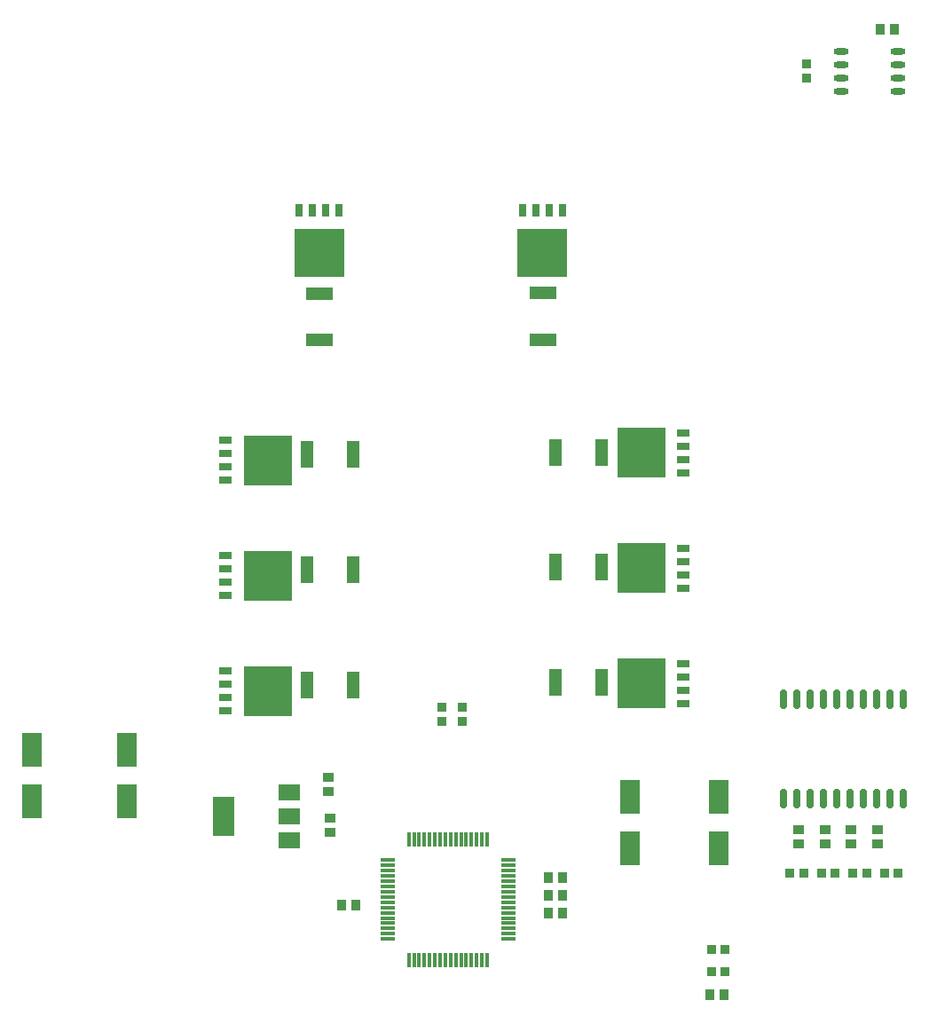
<source format=gtp>
%FSLAX23Y23*%
%MOIN*%
%SFA1B1*%

%IPPOS*%
%AMD15*
4,1,8,-0.005900,-0.037400,0.005900,-0.037400,0.011800,-0.031500,0.011800,0.031500,0.005900,0.037400,-0.005900,0.037400,-0.011800,0.031500,-0.011800,-0.031500,-0.005900,-0.037400,0.0*
1,1,0.011820,-0.005900,-0.031500*
1,1,0.011820,0.005900,-0.031500*
1,1,0.011820,0.005900,0.031500*
1,1,0.011820,-0.005900,0.031500*
%
G04~CAMADD=15~8~0.0~0.0~236.2~748.0~59.1~0.0~15~0.0~0.0~0.0~0.0~0~0.0~0.0~0.0~0.0~0~0.0~0.0~0.0~180.0~236.0~748.0*
%ADD15D15*%
%ADD16R,0.047240X0.102360*%
%ADD17R,0.045280X0.027560*%
%ADD18R,0.181100X0.185040*%
%ADD19R,0.037400X0.033470*%
%ADD20R,0.039370X0.035430*%
%ADD21R,0.035430X0.039370*%
%ADD22R,0.033470X0.037400*%
%ADD23R,0.072840X0.127950*%
%ADD24R,0.027560X0.045280*%
%ADD25R,0.185040X0.181100*%
%ADD26R,0.102360X0.047240*%
%ADD27R,0.053150X0.011810*%
%ADD28R,0.011810X0.053150*%
%ADD29O,0.057090X0.023620*%
%ADD30R,0.078740X0.059060*%
%ADD31R,0.078740X0.149610*%
%LNrev1_0-1*%
%LPD*%
G54D15*
X3284Y826D03*
X3334D03*
X3384D03*
X3434D03*
X3484D03*
X3534D03*
X3584D03*
X3634D03*
X3684D03*
X3734D03*
X3284Y1200D03*
X3334D03*
X3384D03*
X3434D03*
X3484D03*
X3534D03*
X3584D03*
X3634D03*
X3684D03*
X3734D03*
G54D16*
X1667Y1687D03*
X1493D03*
X1667Y1254D03*
X1493D03*
X2427Y1262D03*
X2600D03*
X2427Y1695D03*
X2600D03*
X2427Y2128D03*
X2600D03*
X1667Y2120D03*
X1493D03*
G54D17*
X1187Y1739D03*
Y1689D03*
Y1639D03*
Y1589D03*
Y1306D03*
Y1256D03*
Y1206D03*
Y1156D03*
X2906Y1184D03*
Y1234D03*
Y1284D03*
Y1334D03*
Y1617D03*
Y1667D03*
Y1717D03*
Y1767D03*
Y2050D03*
Y2100D03*
Y2150D03*
Y2200D03*
X1187Y2172D03*
Y2122D03*
Y2072D03*
Y2022D03*
G54D18*
X1345Y1664D03*
Y1231D03*
X2749Y1259D03*
Y1692D03*
Y2125D03*
X1345Y2097D03*
G54D19*
X2001Y1169D03*
Y1118D03*
X2076D03*
Y1169D03*
X3370Y3585D03*
Y3534D03*
G54D20*
X1573Y905D03*
Y852D03*
X1579Y700D03*
Y753D03*
X3635Y710D03*
Y657D03*
X3536Y710D03*
Y657D03*
X3438Y710D03*
Y657D03*
X3340Y710D03*
Y657D03*
G54D21*
X1623Y428D03*
X1676D03*
X2452Y531D03*
X2399D03*
X2452Y463D03*
X2399D03*
X2452Y396D03*
X2399D03*
X3006Y91D03*
X3059D03*
X3647Y3715D03*
X3701D03*
G54D22*
X3012Y261D03*
X3063D03*
X3012Y176D03*
X3063D03*
X3713Y545D03*
X3662D03*
X3595D03*
X3543D03*
X3476D03*
X3425D03*
X3358D03*
X3307D03*
G54D23*
X2705Y640D03*
Y833D03*
X459Y1011D03*
Y818D03*
X817Y1011D03*
Y818D03*
X3040Y833D03*
Y640D03*
G54D24*
X2452Y3035D03*
X2402D03*
X2352D03*
X2302D03*
X1613D03*
X1563D03*
X1513D03*
X1463D03*
G54D25*
X2377Y2877D03*
X1538D03*
G54D26*
X2379Y2551D03*
Y2725D03*
X1539Y2550D03*
Y2723D03*
G54D27*
X2249Y300D03*
Y319D03*
Y339D03*
Y359D03*
Y378D03*
Y398D03*
Y418D03*
Y437D03*
Y457D03*
Y477D03*
Y496D03*
Y516D03*
Y536D03*
Y556D03*
Y575D03*
Y595D03*
X1796D03*
Y575D03*
Y556D03*
Y536D03*
Y516D03*
Y496D03*
Y477D03*
Y457D03*
Y437D03*
Y418D03*
Y398D03*
Y378D03*
Y359D03*
Y339D03*
Y319D03*
Y300D03*
G54D28*
X2170Y674D03*
X2150D03*
X2131D03*
X2111D03*
X2091D03*
X2072D03*
X2052D03*
X2032D03*
X2013D03*
X1993D03*
X1973D03*
X1954D03*
X1934D03*
X1914D03*
X1895D03*
X1875D03*
Y221D03*
X1895D03*
X1914D03*
X1934D03*
X1954D03*
X1973D03*
X1993D03*
X2013D03*
X2032D03*
X2052D03*
X2072D03*
X2091D03*
X2111D03*
X2131D03*
X2150D03*
X2170D03*
G54D29*
X3498Y3634D03*
Y3584D03*
Y3534D03*
Y3484D03*
X3712Y3634D03*
Y3584D03*
Y3534D03*
Y3484D03*
G54D30*
X1426Y670D03*
Y761D03*
Y851D03*
G54D31*
X1178Y761D03*
M02*
</source>
